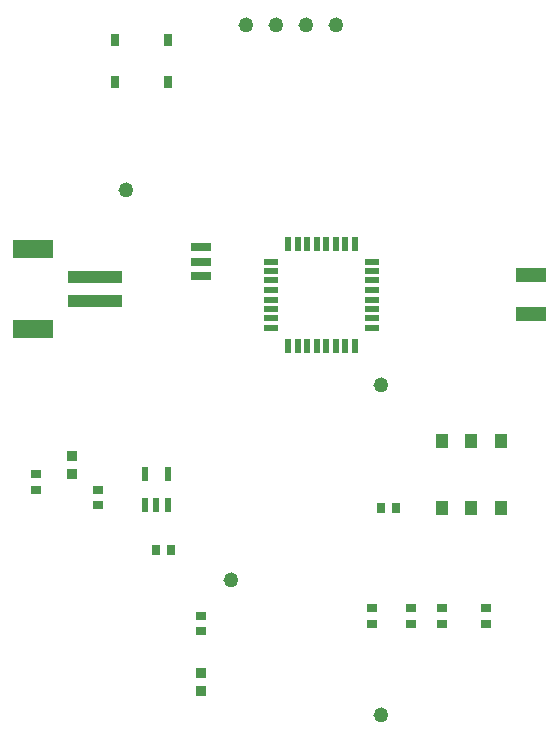
<source format=gtp>
G04*
G04 #@! TF.GenerationSoftware,Altium Limited,Altium Designer,18.1.7 (191)*
G04*
G04 Layer_Color=8421504*
%FSLAX25Y25*%
%MOIN*%
G70*
G01*
G75*
%ADD15R,0.03200X0.03200*%
G04:AMPARAMS|DCode=16|XSize=50mil|YSize=50mil|CornerRadius=25mil|HoleSize=0mil|Usage=FLASHONLY|Rotation=90.000|XOffset=0mil|YOffset=0mil|HoleType=Round|Shape=RoundedRectangle|*
%AMROUNDEDRECTD16*
21,1,0.05000,0.00000,0,0,90.0*
21,1,0.00000,0.05000,0,0,90.0*
1,1,0.05000,0.00000,0.00000*
1,1,0.05000,0.00000,0.00000*
1,1,0.05000,0.00000,0.00000*
1,1,0.05000,0.00000,0.00000*
%
%ADD16ROUNDEDRECTD16*%
%ADD17R,0.03600X0.02800*%
%ADD18R,0.02200X0.04800*%
%ADD19R,0.02800X0.03600*%
%ADD20R,0.04000X0.04600*%
%ADD21R,0.13400X0.06300*%
%ADD22R,0.18200X0.04000*%
%ADD23R,0.02200X0.05000*%
%ADD24R,0.05000X0.02200*%
%ADD25R,0.02800X0.04400*%
%ADD26R,0.09900X0.04800*%
%ADD27R,0.06700X0.02800*%
D15*
X-40000Y-131948D02*
D03*
Y-125995D02*
D03*
X-83249Y-59800D02*
D03*
Y-53847D02*
D03*
D16*
X-15000Y90000D02*
D03*
X-25000D02*
D03*
X-5000D02*
D03*
X4800D02*
D03*
X-65000Y35000D02*
D03*
X20000Y-30000D02*
D03*
X-30000Y-95000D02*
D03*
X19841Y-140000D02*
D03*
D17*
X-95000Y-65000D02*
D03*
Y-59841D02*
D03*
X55000Y-109600D02*
D03*
Y-104441D02*
D03*
X-74604Y-65000D02*
D03*
Y-70159D02*
D03*
X16900Y-104441D02*
D03*
Y-109600D02*
D03*
X40157D02*
D03*
Y-104441D02*
D03*
X30000Y-109600D02*
D03*
Y-104441D02*
D03*
X-40000Y-112200D02*
D03*
Y-107041D02*
D03*
D18*
X-58740Y-59800D02*
D03*
X-51200D02*
D03*
Y-70118D02*
D03*
X-55000D02*
D03*
X-58740D02*
D03*
D19*
X-55159Y-85000D02*
D03*
X-50000D02*
D03*
X19841Y-71122D02*
D03*
X25000D02*
D03*
D20*
X59900D02*
D03*
X50000D02*
D03*
X40157D02*
D03*
X59900Y-48800D02*
D03*
X50000D02*
D03*
X40157D02*
D03*
D21*
X-96000Y15450D02*
D03*
Y-11336D02*
D03*
D22*
X-75433Y6050D02*
D03*
Y-1887D02*
D03*
D23*
X-11024Y16900D02*
D03*
X-7874D02*
D03*
X-4724D02*
D03*
X-1575D02*
D03*
X1600D02*
D03*
X4800D02*
D03*
X7900D02*
D03*
X11100D02*
D03*
Y-16900D02*
D03*
X7900D02*
D03*
X4800D02*
D03*
X1600D02*
D03*
X-1575D02*
D03*
X-4724D02*
D03*
X-7874Y-16900D02*
D03*
X-11024Y-16900D02*
D03*
D24*
X16900Y11100D02*
D03*
Y7900D02*
D03*
Y4800D02*
D03*
Y1600D02*
D03*
Y-1575D02*
D03*
Y-4724D02*
D03*
X16900Y-7874D02*
D03*
X16900Y-11024D02*
D03*
X-16900D02*
D03*
Y-7874D02*
D03*
Y-4724D02*
D03*
Y-1575D02*
D03*
Y1600D02*
D03*
Y4800D02*
D03*
Y7900D02*
D03*
Y11100D02*
D03*
D25*
X-68760Y84895D02*
D03*
Y71105D02*
D03*
X-51200D02*
D03*
Y84895D02*
D03*
D26*
X70000Y6715D02*
D03*
Y-6281D02*
D03*
D27*
X-40000Y6300D02*
D03*
Y11100D02*
D03*
Y15824D02*
D03*
M02*

</source>
